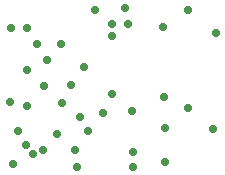
<source format=gbs>
G04*
G04 #@! TF.GenerationSoftware,Altium Limited,Altium Designer,22.2.1 (43)*
G04*
G04 Layer_Color=16711935*
%FSLAX44Y44*%
%MOMM*%
G71*
G04*
G04 #@! TF.SameCoordinates,05D4EE7A-A614-4991-951A-A7459AF70658*
G04*
G04*
G04 #@! TF.FilePolarity,Negative*
G04*
G01*
G75*
%ADD46C,0.7100*%
D46*
X42000Y101500D02*
D03*
X162000Y60500D02*
D03*
X25000Y128000D02*
D03*
X12000D02*
D03*
X142000Y44000D02*
D03*
X55000Y64500D02*
D03*
X25000Y62000D02*
D03*
X10500Y65500D02*
D03*
X70000Y53000D02*
D03*
X114000Y58000D02*
D03*
X54000Y115000D02*
D03*
X13000Y13000D02*
D03*
X183000Y43000D02*
D03*
X108000Y145000D02*
D03*
X140000Y129000D02*
D03*
X141000Y70000D02*
D03*
X115000Y23000D02*
D03*
X24000Y29000D02*
D03*
X115000Y11000D02*
D03*
X185000Y124500D02*
D03*
X111000Y132000D02*
D03*
X97000Y122000D02*
D03*
Y132000D02*
D03*
X97104Y72296D02*
D03*
X90000Y56000D02*
D03*
X162000Y143500D02*
D03*
X18000Y41000D02*
D03*
X30000Y21500D02*
D03*
X38550Y25000D02*
D03*
X77250Y40750D02*
D03*
X66018Y25282D02*
D03*
X68000Y11000D02*
D03*
X83000Y144000D02*
D03*
X62500Y80000D02*
D03*
X34000Y115000D02*
D03*
X142000Y15000D02*
D03*
X73550Y95000D02*
D03*
X25000Y93000D02*
D03*
X51000Y39000D02*
D03*
X40000Y79000D02*
D03*
M02*

</source>
